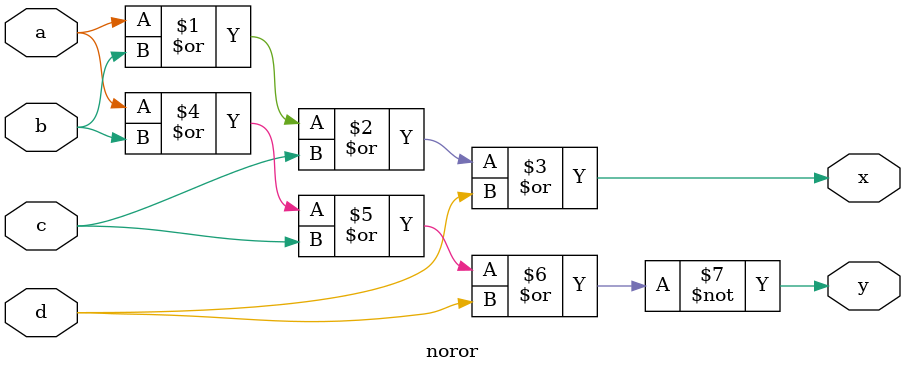
<source format=v>
module noror(x,y,a,b,c,d);
	output x, y;
	input a,b,c,d;
	assign x=a|b|c|d;
 	assign y=~(a|b|c|d);
endmodule

</source>
